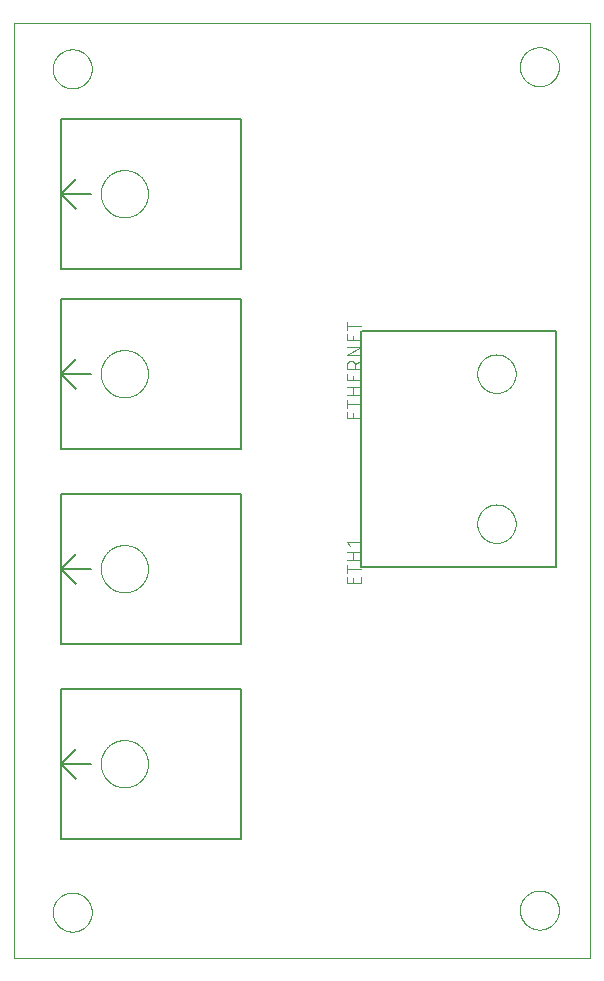
<source format=gto>
G75*
%MOIN*%
%OFA0B0*%
%FSLAX25Y25*%
%IPPOS*%
%LPD*%
%AMOC8*
5,1,8,0,0,1.08239X$1,22.5*
%
%ADD10C,0.00000*%
%ADD11C,0.00500*%
%ADD12C,0.00400*%
D10*
X0001000Y0001000D02*
X0001000Y0312516D01*
X0192831Y0312516D01*
X0192831Y0001000D01*
X0001000Y0001000D01*
X0013791Y0016157D02*
X0013793Y0016318D01*
X0013799Y0016478D01*
X0013809Y0016639D01*
X0013823Y0016799D01*
X0013841Y0016959D01*
X0013862Y0017118D01*
X0013888Y0017277D01*
X0013918Y0017435D01*
X0013951Y0017592D01*
X0013989Y0017749D01*
X0014030Y0017904D01*
X0014075Y0018058D01*
X0014124Y0018211D01*
X0014177Y0018363D01*
X0014233Y0018514D01*
X0014294Y0018663D01*
X0014357Y0018811D01*
X0014425Y0018957D01*
X0014496Y0019101D01*
X0014570Y0019243D01*
X0014648Y0019384D01*
X0014730Y0019522D01*
X0014815Y0019659D01*
X0014903Y0019793D01*
X0014995Y0019925D01*
X0015090Y0020055D01*
X0015188Y0020183D01*
X0015289Y0020308D01*
X0015393Y0020430D01*
X0015500Y0020550D01*
X0015610Y0020667D01*
X0015723Y0020782D01*
X0015839Y0020893D01*
X0015958Y0021002D01*
X0016079Y0021107D01*
X0016203Y0021210D01*
X0016329Y0021310D01*
X0016457Y0021406D01*
X0016588Y0021499D01*
X0016722Y0021589D01*
X0016857Y0021676D01*
X0016995Y0021759D01*
X0017134Y0021839D01*
X0017276Y0021915D01*
X0017419Y0021988D01*
X0017564Y0022057D01*
X0017711Y0022123D01*
X0017859Y0022185D01*
X0018009Y0022243D01*
X0018160Y0022298D01*
X0018313Y0022349D01*
X0018467Y0022396D01*
X0018622Y0022439D01*
X0018778Y0022478D01*
X0018934Y0022514D01*
X0019092Y0022545D01*
X0019250Y0022573D01*
X0019409Y0022597D01*
X0019569Y0022617D01*
X0019729Y0022633D01*
X0019889Y0022645D01*
X0020050Y0022653D01*
X0020211Y0022657D01*
X0020371Y0022657D01*
X0020532Y0022653D01*
X0020693Y0022645D01*
X0020853Y0022633D01*
X0021013Y0022617D01*
X0021173Y0022597D01*
X0021332Y0022573D01*
X0021490Y0022545D01*
X0021648Y0022514D01*
X0021804Y0022478D01*
X0021960Y0022439D01*
X0022115Y0022396D01*
X0022269Y0022349D01*
X0022422Y0022298D01*
X0022573Y0022243D01*
X0022723Y0022185D01*
X0022871Y0022123D01*
X0023018Y0022057D01*
X0023163Y0021988D01*
X0023306Y0021915D01*
X0023448Y0021839D01*
X0023587Y0021759D01*
X0023725Y0021676D01*
X0023860Y0021589D01*
X0023994Y0021499D01*
X0024125Y0021406D01*
X0024253Y0021310D01*
X0024379Y0021210D01*
X0024503Y0021107D01*
X0024624Y0021002D01*
X0024743Y0020893D01*
X0024859Y0020782D01*
X0024972Y0020667D01*
X0025082Y0020550D01*
X0025189Y0020430D01*
X0025293Y0020308D01*
X0025394Y0020183D01*
X0025492Y0020055D01*
X0025587Y0019925D01*
X0025679Y0019793D01*
X0025767Y0019659D01*
X0025852Y0019522D01*
X0025934Y0019384D01*
X0026012Y0019243D01*
X0026086Y0019101D01*
X0026157Y0018957D01*
X0026225Y0018811D01*
X0026288Y0018663D01*
X0026349Y0018514D01*
X0026405Y0018363D01*
X0026458Y0018211D01*
X0026507Y0018058D01*
X0026552Y0017904D01*
X0026593Y0017749D01*
X0026631Y0017592D01*
X0026664Y0017435D01*
X0026694Y0017277D01*
X0026720Y0017118D01*
X0026741Y0016959D01*
X0026759Y0016799D01*
X0026773Y0016639D01*
X0026783Y0016478D01*
X0026789Y0016318D01*
X0026791Y0016157D01*
X0026789Y0015996D01*
X0026783Y0015836D01*
X0026773Y0015675D01*
X0026759Y0015515D01*
X0026741Y0015355D01*
X0026720Y0015196D01*
X0026694Y0015037D01*
X0026664Y0014879D01*
X0026631Y0014722D01*
X0026593Y0014565D01*
X0026552Y0014410D01*
X0026507Y0014256D01*
X0026458Y0014103D01*
X0026405Y0013951D01*
X0026349Y0013800D01*
X0026288Y0013651D01*
X0026225Y0013503D01*
X0026157Y0013357D01*
X0026086Y0013213D01*
X0026012Y0013071D01*
X0025934Y0012930D01*
X0025852Y0012792D01*
X0025767Y0012655D01*
X0025679Y0012521D01*
X0025587Y0012389D01*
X0025492Y0012259D01*
X0025394Y0012131D01*
X0025293Y0012006D01*
X0025189Y0011884D01*
X0025082Y0011764D01*
X0024972Y0011647D01*
X0024859Y0011532D01*
X0024743Y0011421D01*
X0024624Y0011312D01*
X0024503Y0011207D01*
X0024379Y0011104D01*
X0024253Y0011004D01*
X0024125Y0010908D01*
X0023994Y0010815D01*
X0023860Y0010725D01*
X0023725Y0010638D01*
X0023587Y0010555D01*
X0023448Y0010475D01*
X0023306Y0010399D01*
X0023163Y0010326D01*
X0023018Y0010257D01*
X0022871Y0010191D01*
X0022723Y0010129D01*
X0022573Y0010071D01*
X0022422Y0010016D01*
X0022269Y0009965D01*
X0022115Y0009918D01*
X0021960Y0009875D01*
X0021804Y0009836D01*
X0021648Y0009800D01*
X0021490Y0009769D01*
X0021332Y0009741D01*
X0021173Y0009717D01*
X0021013Y0009697D01*
X0020853Y0009681D01*
X0020693Y0009669D01*
X0020532Y0009661D01*
X0020371Y0009657D01*
X0020211Y0009657D01*
X0020050Y0009661D01*
X0019889Y0009669D01*
X0019729Y0009681D01*
X0019569Y0009697D01*
X0019409Y0009717D01*
X0019250Y0009741D01*
X0019092Y0009769D01*
X0018934Y0009800D01*
X0018778Y0009836D01*
X0018622Y0009875D01*
X0018467Y0009918D01*
X0018313Y0009965D01*
X0018160Y0010016D01*
X0018009Y0010071D01*
X0017859Y0010129D01*
X0017711Y0010191D01*
X0017564Y0010257D01*
X0017419Y0010326D01*
X0017276Y0010399D01*
X0017134Y0010475D01*
X0016995Y0010555D01*
X0016857Y0010638D01*
X0016722Y0010725D01*
X0016588Y0010815D01*
X0016457Y0010908D01*
X0016329Y0011004D01*
X0016203Y0011104D01*
X0016079Y0011207D01*
X0015958Y0011312D01*
X0015839Y0011421D01*
X0015723Y0011532D01*
X0015610Y0011647D01*
X0015500Y0011764D01*
X0015393Y0011884D01*
X0015289Y0012006D01*
X0015188Y0012131D01*
X0015090Y0012259D01*
X0014995Y0012389D01*
X0014903Y0012521D01*
X0014815Y0012655D01*
X0014730Y0012792D01*
X0014648Y0012930D01*
X0014570Y0013071D01*
X0014496Y0013213D01*
X0014425Y0013357D01*
X0014357Y0013503D01*
X0014294Y0013651D01*
X0014233Y0013800D01*
X0014177Y0013951D01*
X0014124Y0014103D01*
X0014075Y0014256D01*
X0014030Y0014410D01*
X0013989Y0014565D01*
X0013951Y0014722D01*
X0013918Y0014879D01*
X0013888Y0015037D01*
X0013862Y0015196D01*
X0013841Y0015355D01*
X0013823Y0015515D01*
X0013809Y0015675D01*
X0013799Y0015836D01*
X0013793Y0015996D01*
X0013791Y0016157D01*
X0029799Y0065646D02*
X0029801Y0065839D01*
X0029808Y0066032D01*
X0029820Y0066225D01*
X0029837Y0066418D01*
X0029858Y0066610D01*
X0029884Y0066801D01*
X0029915Y0066992D01*
X0029950Y0067182D01*
X0029990Y0067371D01*
X0030035Y0067559D01*
X0030084Y0067746D01*
X0030138Y0067932D01*
X0030196Y0068116D01*
X0030259Y0068299D01*
X0030327Y0068480D01*
X0030398Y0068659D01*
X0030475Y0068837D01*
X0030555Y0069013D01*
X0030640Y0069186D01*
X0030729Y0069358D01*
X0030822Y0069527D01*
X0030919Y0069694D01*
X0031021Y0069859D01*
X0031126Y0070021D01*
X0031235Y0070180D01*
X0031349Y0070337D01*
X0031466Y0070490D01*
X0031586Y0070641D01*
X0031711Y0070789D01*
X0031839Y0070934D01*
X0031970Y0071075D01*
X0032105Y0071214D01*
X0032244Y0071349D01*
X0032385Y0071480D01*
X0032530Y0071608D01*
X0032678Y0071733D01*
X0032829Y0071853D01*
X0032982Y0071970D01*
X0033139Y0072084D01*
X0033298Y0072193D01*
X0033460Y0072298D01*
X0033625Y0072400D01*
X0033792Y0072497D01*
X0033961Y0072590D01*
X0034133Y0072679D01*
X0034306Y0072764D01*
X0034482Y0072844D01*
X0034660Y0072921D01*
X0034839Y0072992D01*
X0035020Y0073060D01*
X0035203Y0073123D01*
X0035387Y0073181D01*
X0035573Y0073235D01*
X0035760Y0073284D01*
X0035948Y0073329D01*
X0036137Y0073369D01*
X0036327Y0073404D01*
X0036518Y0073435D01*
X0036709Y0073461D01*
X0036901Y0073482D01*
X0037094Y0073499D01*
X0037287Y0073511D01*
X0037480Y0073518D01*
X0037673Y0073520D01*
X0037866Y0073518D01*
X0038059Y0073511D01*
X0038252Y0073499D01*
X0038445Y0073482D01*
X0038637Y0073461D01*
X0038828Y0073435D01*
X0039019Y0073404D01*
X0039209Y0073369D01*
X0039398Y0073329D01*
X0039586Y0073284D01*
X0039773Y0073235D01*
X0039959Y0073181D01*
X0040143Y0073123D01*
X0040326Y0073060D01*
X0040507Y0072992D01*
X0040686Y0072921D01*
X0040864Y0072844D01*
X0041040Y0072764D01*
X0041213Y0072679D01*
X0041385Y0072590D01*
X0041554Y0072497D01*
X0041721Y0072400D01*
X0041886Y0072298D01*
X0042048Y0072193D01*
X0042207Y0072084D01*
X0042364Y0071970D01*
X0042517Y0071853D01*
X0042668Y0071733D01*
X0042816Y0071608D01*
X0042961Y0071480D01*
X0043102Y0071349D01*
X0043241Y0071214D01*
X0043376Y0071075D01*
X0043507Y0070934D01*
X0043635Y0070789D01*
X0043760Y0070641D01*
X0043880Y0070490D01*
X0043997Y0070337D01*
X0044111Y0070180D01*
X0044220Y0070021D01*
X0044325Y0069859D01*
X0044427Y0069694D01*
X0044524Y0069527D01*
X0044617Y0069358D01*
X0044706Y0069186D01*
X0044791Y0069013D01*
X0044871Y0068837D01*
X0044948Y0068659D01*
X0045019Y0068480D01*
X0045087Y0068299D01*
X0045150Y0068116D01*
X0045208Y0067932D01*
X0045262Y0067746D01*
X0045311Y0067559D01*
X0045356Y0067371D01*
X0045396Y0067182D01*
X0045431Y0066992D01*
X0045462Y0066801D01*
X0045488Y0066610D01*
X0045509Y0066418D01*
X0045526Y0066225D01*
X0045538Y0066032D01*
X0045545Y0065839D01*
X0045547Y0065646D01*
X0045545Y0065453D01*
X0045538Y0065260D01*
X0045526Y0065067D01*
X0045509Y0064874D01*
X0045488Y0064682D01*
X0045462Y0064491D01*
X0045431Y0064300D01*
X0045396Y0064110D01*
X0045356Y0063921D01*
X0045311Y0063733D01*
X0045262Y0063546D01*
X0045208Y0063360D01*
X0045150Y0063176D01*
X0045087Y0062993D01*
X0045019Y0062812D01*
X0044948Y0062633D01*
X0044871Y0062455D01*
X0044791Y0062279D01*
X0044706Y0062106D01*
X0044617Y0061934D01*
X0044524Y0061765D01*
X0044427Y0061598D01*
X0044325Y0061433D01*
X0044220Y0061271D01*
X0044111Y0061112D01*
X0043997Y0060955D01*
X0043880Y0060802D01*
X0043760Y0060651D01*
X0043635Y0060503D01*
X0043507Y0060358D01*
X0043376Y0060217D01*
X0043241Y0060078D01*
X0043102Y0059943D01*
X0042961Y0059812D01*
X0042816Y0059684D01*
X0042668Y0059559D01*
X0042517Y0059439D01*
X0042364Y0059322D01*
X0042207Y0059208D01*
X0042048Y0059099D01*
X0041886Y0058994D01*
X0041721Y0058892D01*
X0041554Y0058795D01*
X0041385Y0058702D01*
X0041213Y0058613D01*
X0041040Y0058528D01*
X0040864Y0058448D01*
X0040686Y0058371D01*
X0040507Y0058300D01*
X0040326Y0058232D01*
X0040143Y0058169D01*
X0039959Y0058111D01*
X0039773Y0058057D01*
X0039586Y0058008D01*
X0039398Y0057963D01*
X0039209Y0057923D01*
X0039019Y0057888D01*
X0038828Y0057857D01*
X0038637Y0057831D01*
X0038445Y0057810D01*
X0038252Y0057793D01*
X0038059Y0057781D01*
X0037866Y0057774D01*
X0037673Y0057772D01*
X0037480Y0057774D01*
X0037287Y0057781D01*
X0037094Y0057793D01*
X0036901Y0057810D01*
X0036709Y0057831D01*
X0036518Y0057857D01*
X0036327Y0057888D01*
X0036137Y0057923D01*
X0035948Y0057963D01*
X0035760Y0058008D01*
X0035573Y0058057D01*
X0035387Y0058111D01*
X0035203Y0058169D01*
X0035020Y0058232D01*
X0034839Y0058300D01*
X0034660Y0058371D01*
X0034482Y0058448D01*
X0034306Y0058528D01*
X0034133Y0058613D01*
X0033961Y0058702D01*
X0033792Y0058795D01*
X0033625Y0058892D01*
X0033460Y0058994D01*
X0033298Y0059099D01*
X0033139Y0059208D01*
X0032982Y0059322D01*
X0032829Y0059439D01*
X0032678Y0059559D01*
X0032530Y0059684D01*
X0032385Y0059812D01*
X0032244Y0059943D01*
X0032105Y0060078D01*
X0031970Y0060217D01*
X0031839Y0060358D01*
X0031711Y0060503D01*
X0031586Y0060651D01*
X0031466Y0060802D01*
X0031349Y0060955D01*
X0031235Y0061112D01*
X0031126Y0061271D01*
X0031021Y0061433D01*
X0030919Y0061598D01*
X0030822Y0061765D01*
X0030729Y0061934D01*
X0030640Y0062106D01*
X0030555Y0062279D01*
X0030475Y0062455D01*
X0030398Y0062633D01*
X0030327Y0062812D01*
X0030259Y0062993D01*
X0030196Y0063176D01*
X0030138Y0063360D01*
X0030084Y0063546D01*
X0030035Y0063733D01*
X0029990Y0063921D01*
X0029950Y0064110D01*
X0029915Y0064300D01*
X0029884Y0064491D01*
X0029858Y0064682D01*
X0029837Y0064874D01*
X0029820Y0065067D01*
X0029808Y0065260D01*
X0029801Y0065453D01*
X0029799Y0065646D01*
X0029799Y0130646D02*
X0029801Y0130839D01*
X0029808Y0131032D01*
X0029820Y0131225D01*
X0029837Y0131418D01*
X0029858Y0131610D01*
X0029884Y0131801D01*
X0029915Y0131992D01*
X0029950Y0132182D01*
X0029990Y0132371D01*
X0030035Y0132559D01*
X0030084Y0132746D01*
X0030138Y0132932D01*
X0030196Y0133116D01*
X0030259Y0133299D01*
X0030327Y0133480D01*
X0030398Y0133659D01*
X0030475Y0133837D01*
X0030555Y0134013D01*
X0030640Y0134186D01*
X0030729Y0134358D01*
X0030822Y0134527D01*
X0030919Y0134694D01*
X0031021Y0134859D01*
X0031126Y0135021D01*
X0031235Y0135180D01*
X0031349Y0135337D01*
X0031466Y0135490D01*
X0031586Y0135641D01*
X0031711Y0135789D01*
X0031839Y0135934D01*
X0031970Y0136075D01*
X0032105Y0136214D01*
X0032244Y0136349D01*
X0032385Y0136480D01*
X0032530Y0136608D01*
X0032678Y0136733D01*
X0032829Y0136853D01*
X0032982Y0136970D01*
X0033139Y0137084D01*
X0033298Y0137193D01*
X0033460Y0137298D01*
X0033625Y0137400D01*
X0033792Y0137497D01*
X0033961Y0137590D01*
X0034133Y0137679D01*
X0034306Y0137764D01*
X0034482Y0137844D01*
X0034660Y0137921D01*
X0034839Y0137992D01*
X0035020Y0138060D01*
X0035203Y0138123D01*
X0035387Y0138181D01*
X0035573Y0138235D01*
X0035760Y0138284D01*
X0035948Y0138329D01*
X0036137Y0138369D01*
X0036327Y0138404D01*
X0036518Y0138435D01*
X0036709Y0138461D01*
X0036901Y0138482D01*
X0037094Y0138499D01*
X0037287Y0138511D01*
X0037480Y0138518D01*
X0037673Y0138520D01*
X0037866Y0138518D01*
X0038059Y0138511D01*
X0038252Y0138499D01*
X0038445Y0138482D01*
X0038637Y0138461D01*
X0038828Y0138435D01*
X0039019Y0138404D01*
X0039209Y0138369D01*
X0039398Y0138329D01*
X0039586Y0138284D01*
X0039773Y0138235D01*
X0039959Y0138181D01*
X0040143Y0138123D01*
X0040326Y0138060D01*
X0040507Y0137992D01*
X0040686Y0137921D01*
X0040864Y0137844D01*
X0041040Y0137764D01*
X0041213Y0137679D01*
X0041385Y0137590D01*
X0041554Y0137497D01*
X0041721Y0137400D01*
X0041886Y0137298D01*
X0042048Y0137193D01*
X0042207Y0137084D01*
X0042364Y0136970D01*
X0042517Y0136853D01*
X0042668Y0136733D01*
X0042816Y0136608D01*
X0042961Y0136480D01*
X0043102Y0136349D01*
X0043241Y0136214D01*
X0043376Y0136075D01*
X0043507Y0135934D01*
X0043635Y0135789D01*
X0043760Y0135641D01*
X0043880Y0135490D01*
X0043997Y0135337D01*
X0044111Y0135180D01*
X0044220Y0135021D01*
X0044325Y0134859D01*
X0044427Y0134694D01*
X0044524Y0134527D01*
X0044617Y0134358D01*
X0044706Y0134186D01*
X0044791Y0134013D01*
X0044871Y0133837D01*
X0044948Y0133659D01*
X0045019Y0133480D01*
X0045087Y0133299D01*
X0045150Y0133116D01*
X0045208Y0132932D01*
X0045262Y0132746D01*
X0045311Y0132559D01*
X0045356Y0132371D01*
X0045396Y0132182D01*
X0045431Y0131992D01*
X0045462Y0131801D01*
X0045488Y0131610D01*
X0045509Y0131418D01*
X0045526Y0131225D01*
X0045538Y0131032D01*
X0045545Y0130839D01*
X0045547Y0130646D01*
X0045545Y0130453D01*
X0045538Y0130260D01*
X0045526Y0130067D01*
X0045509Y0129874D01*
X0045488Y0129682D01*
X0045462Y0129491D01*
X0045431Y0129300D01*
X0045396Y0129110D01*
X0045356Y0128921D01*
X0045311Y0128733D01*
X0045262Y0128546D01*
X0045208Y0128360D01*
X0045150Y0128176D01*
X0045087Y0127993D01*
X0045019Y0127812D01*
X0044948Y0127633D01*
X0044871Y0127455D01*
X0044791Y0127279D01*
X0044706Y0127106D01*
X0044617Y0126934D01*
X0044524Y0126765D01*
X0044427Y0126598D01*
X0044325Y0126433D01*
X0044220Y0126271D01*
X0044111Y0126112D01*
X0043997Y0125955D01*
X0043880Y0125802D01*
X0043760Y0125651D01*
X0043635Y0125503D01*
X0043507Y0125358D01*
X0043376Y0125217D01*
X0043241Y0125078D01*
X0043102Y0124943D01*
X0042961Y0124812D01*
X0042816Y0124684D01*
X0042668Y0124559D01*
X0042517Y0124439D01*
X0042364Y0124322D01*
X0042207Y0124208D01*
X0042048Y0124099D01*
X0041886Y0123994D01*
X0041721Y0123892D01*
X0041554Y0123795D01*
X0041385Y0123702D01*
X0041213Y0123613D01*
X0041040Y0123528D01*
X0040864Y0123448D01*
X0040686Y0123371D01*
X0040507Y0123300D01*
X0040326Y0123232D01*
X0040143Y0123169D01*
X0039959Y0123111D01*
X0039773Y0123057D01*
X0039586Y0123008D01*
X0039398Y0122963D01*
X0039209Y0122923D01*
X0039019Y0122888D01*
X0038828Y0122857D01*
X0038637Y0122831D01*
X0038445Y0122810D01*
X0038252Y0122793D01*
X0038059Y0122781D01*
X0037866Y0122774D01*
X0037673Y0122772D01*
X0037480Y0122774D01*
X0037287Y0122781D01*
X0037094Y0122793D01*
X0036901Y0122810D01*
X0036709Y0122831D01*
X0036518Y0122857D01*
X0036327Y0122888D01*
X0036137Y0122923D01*
X0035948Y0122963D01*
X0035760Y0123008D01*
X0035573Y0123057D01*
X0035387Y0123111D01*
X0035203Y0123169D01*
X0035020Y0123232D01*
X0034839Y0123300D01*
X0034660Y0123371D01*
X0034482Y0123448D01*
X0034306Y0123528D01*
X0034133Y0123613D01*
X0033961Y0123702D01*
X0033792Y0123795D01*
X0033625Y0123892D01*
X0033460Y0123994D01*
X0033298Y0124099D01*
X0033139Y0124208D01*
X0032982Y0124322D01*
X0032829Y0124439D01*
X0032678Y0124559D01*
X0032530Y0124684D01*
X0032385Y0124812D01*
X0032244Y0124943D01*
X0032105Y0125078D01*
X0031970Y0125217D01*
X0031839Y0125358D01*
X0031711Y0125503D01*
X0031586Y0125651D01*
X0031466Y0125802D01*
X0031349Y0125955D01*
X0031235Y0126112D01*
X0031126Y0126271D01*
X0031021Y0126433D01*
X0030919Y0126598D01*
X0030822Y0126765D01*
X0030729Y0126934D01*
X0030640Y0127106D01*
X0030555Y0127279D01*
X0030475Y0127455D01*
X0030398Y0127633D01*
X0030327Y0127812D01*
X0030259Y0127993D01*
X0030196Y0128176D01*
X0030138Y0128360D01*
X0030084Y0128546D01*
X0030035Y0128733D01*
X0029990Y0128921D01*
X0029950Y0129110D01*
X0029915Y0129300D01*
X0029884Y0129491D01*
X0029858Y0129682D01*
X0029837Y0129874D01*
X0029820Y0130067D01*
X0029808Y0130260D01*
X0029801Y0130453D01*
X0029799Y0130646D01*
X0029799Y0195646D02*
X0029801Y0195839D01*
X0029808Y0196032D01*
X0029820Y0196225D01*
X0029837Y0196418D01*
X0029858Y0196610D01*
X0029884Y0196801D01*
X0029915Y0196992D01*
X0029950Y0197182D01*
X0029990Y0197371D01*
X0030035Y0197559D01*
X0030084Y0197746D01*
X0030138Y0197932D01*
X0030196Y0198116D01*
X0030259Y0198299D01*
X0030327Y0198480D01*
X0030398Y0198659D01*
X0030475Y0198837D01*
X0030555Y0199013D01*
X0030640Y0199186D01*
X0030729Y0199358D01*
X0030822Y0199527D01*
X0030919Y0199694D01*
X0031021Y0199859D01*
X0031126Y0200021D01*
X0031235Y0200180D01*
X0031349Y0200337D01*
X0031466Y0200490D01*
X0031586Y0200641D01*
X0031711Y0200789D01*
X0031839Y0200934D01*
X0031970Y0201075D01*
X0032105Y0201214D01*
X0032244Y0201349D01*
X0032385Y0201480D01*
X0032530Y0201608D01*
X0032678Y0201733D01*
X0032829Y0201853D01*
X0032982Y0201970D01*
X0033139Y0202084D01*
X0033298Y0202193D01*
X0033460Y0202298D01*
X0033625Y0202400D01*
X0033792Y0202497D01*
X0033961Y0202590D01*
X0034133Y0202679D01*
X0034306Y0202764D01*
X0034482Y0202844D01*
X0034660Y0202921D01*
X0034839Y0202992D01*
X0035020Y0203060D01*
X0035203Y0203123D01*
X0035387Y0203181D01*
X0035573Y0203235D01*
X0035760Y0203284D01*
X0035948Y0203329D01*
X0036137Y0203369D01*
X0036327Y0203404D01*
X0036518Y0203435D01*
X0036709Y0203461D01*
X0036901Y0203482D01*
X0037094Y0203499D01*
X0037287Y0203511D01*
X0037480Y0203518D01*
X0037673Y0203520D01*
X0037866Y0203518D01*
X0038059Y0203511D01*
X0038252Y0203499D01*
X0038445Y0203482D01*
X0038637Y0203461D01*
X0038828Y0203435D01*
X0039019Y0203404D01*
X0039209Y0203369D01*
X0039398Y0203329D01*
X0039586Y0203284D01*
X0039773Y0203235D01*
X0039959Y0203181D01*
X0040143Y0203123D01*
X0040326Y0203060D01*
X0040507Y0202992D01*
X0040686Y0202921D01*
X0040864Y0202844D01*
X0041040Y0202764D01*
X0041213Y0202679D01*
X0041385Y0202590D01*
X0041554Y0202497D01*
X0041721Y0202400D01*
X0041886Y0202298D01*
X0042048Y0202193D01*
X0042207Y0202084D01*
X0042364Y0201970D01*
X0042517Y0201853D01*
X0042668Y0201733D01*
X0042816Y0201608D01*
X0042961Y0201480D01*
X0043102Y0201349D01*
X0043241Y0201214D01*
X0043376Y0201075D01*
X0043507Y0200934D01*
X0043635Y0200789D01*
X0043760Y0200641D01*
X0043880Y0200490D01*
X0043997Y0200337D01*
X0044111Y0200180D01*
X0044220Y0200021D01*
X0044325Y0199859D01*
X0044427Y0199694D01*
X0044524Y0199527D01*
X0044617Y0199358D01*
X0044706Y0199186D01*
X0044791Y0199013D01*
X0044871Y0198837D01*
X0044948Y0198659D01*
X0045019Y0198480D01*
X0045087Y0198299D01*
X0045150Y0198116D01*
X0045208Y0197932D01*
X0045262Y0197746D01*
X0045311Y0197559D01*
X0045356Y0197371D01*
X0045396Y0197182D01*
X0045431Y0196992D01*
X0045462Y0196801D01*
X0045488Y0196610D01*
X0045509Y0196418D01*
X0045526Y0196225D01*
X0045538Y0196032D01*
X0045545Y0195839D01*
X0045547Y0195646D01*
X0045545Y0195453D01*
X0045538Y0195260D01*
X0045526Y0195067D01*
X0045509Y0194874D01*
X0045488Y0194682D01*
X0045462Y0194491D01*
X0045431Y0194300D01*
X0045396Y0194110D01*
X0045356Y0193921D01*
X0045311Y0193733D01*
X0045262Y0193546D01*
X0045208Y0193360D01*
X0045150Y0193176D01*
X0045087Y0192993D01*
X0045019Y0192812D01*
X0044948Y0192633D01*
X0044871Y0192455D01*
X0044791Y0192279D01*
X0044706Y0192106D01*
X0044617Y0191934D01*
X0044524Y0191765D01*
X0044427Y0191598D01*
X0044325Y0191433D01*
X0044220Y0191271D01*
X0044111Y0191112D01*
X0043997Y0190955D01*
X0043880Y0190802D01*
X0043760Y0190651D01*
X0043635Y0190503D01*
X0043507Y0190358D01*
X0043376Y0190217D01*
X0043241Y0190078D01*
X0043102Y0189943D01*
X0042961Y0189812D01*
X0042816Y0189684D01*
X0042668Y0189559D01*
X0042517Y0189439D01*
X0042364Y0189322D01*
X0042207Y0189208D01*
X0042048Y0189099D01*
X0041886Y0188994D01*
X0041721Y0188892D01*
X0041554Y0188795D01*
X0041385Y0188702D01*
X0041213Y0188613D01*
X0041040Y0188528D01*
X0040864Y0188448D01*
X0040686Y0188371D01*
X0040507Y0188300D01*
X0040326Y0188232D01*
X0040143Y0188169D01*
X0039959Y0188111D01*
X0039773Y0188057D01*
X0039586Y0188008D01*
X0039398Y0187963D01*
X0039209Y0187923D01*
X0039019Y0187888D01*
X0038828Y0187857D01*
X0038637Y0187831D01*
X0038445Y0187810D01*
X0038252Y0187793D01*
X0038059Y0187781D01*
X0037866Y0187774D01*
X0037673Y0187772D01*
X0037480Y0187774D01*
X0037287Y0187781D01*
X0037094Y0187793D01*
X0036901Y0187810D01*
X0036709Y0187831D01*
X0036518Y0187857D01*
X0036327Y0187888D01*
X0036137Y0187923D01*
X0035948Y0187963D01*
X0035760Y0188008D01*
X0035573Y0188057D01*
X0035387Y0188111D01*
X0035203Y0188169D01*
X0035020Y0188232D01*
X0034839Y0188300D01*
X0034660Y0188371D01*
X0034482Y0188448D01*
X0034306Y0188528D01*
X0034133Y0188613D01*
X0033961Y0188702D01*
X0033792Y0188795D01*
X0033625Y0188892D01*
X0033460Y0188994D01*
X0033298Y0189099D01*
X0033139Y0189208D01*
X0032982Y0189322D01*
X0032829Y0189439D01*
X0032678Y0189559D01*
X0032530Y0189684D01*
X0032385Y0189812D01*
X0032244Y0189943D01*
X0032105Y0190078D01*
X0031970Y0190217D01*
X0031839Y0190358D01*
X0031711Y0190503D01*
X0031586Y0190651D01*
X0031466Y0190802D01*
X0031349Y0190955D01*
X0031235Y0191112D01*
X0031126Y0191271D01*
X0031021Y0191433D01*
X0030919Y0191598D01*
X0030822Y0191765D01*
X0030729Y0191934D01*
X0030640Y0192106D01*
X0030555Y0192279D01*
X0030475Y0192455D01*
X0030398Y0192633D01*
X0030327Y0192812D01*
X0030259Y0192993D01*
X0030196Y0193176D01*
X0030138Y0193360D01*
X0030084Y0193546D01*
X0030035Y0193733D01*
X0029990Y0193921D01*
X0029950Y0194110D01*
X0029915Y0194300D01*
X0029884Y0194491D01*
X0029858Y0194682D01*
X0029837Y0194874D01*
X0029820Y0195067D01*
X0029808Y0195260D01*
X0029801Y0195453D01*
X0029799Y0195646D01*
X0029799Y0255646D02*
X0029801Y0255839D01*
X0029808Y0256032D01*
X0029820Y0256225D01*
X0029837Y0256418D01*
X0029858Y0256610D01*
X0029884Y0256801D01*
X0029915Y0256992D01*
X0029950Y0257182D01*
X0029990Y0257371D01*
X0030035Y0257559D01*
X0030084Y0257746D01*
X0030138Y0257932D01*
X0030196Y0258116D01*
X0030259Y0258299D01*
X0030327Y0258480D01*
X0030398Y0258659D01*
X0030475Y0258837D01*
X0030555Y0259013D01*
X0030640Y0259186D01*
X0030729Y0259358D01*
X0030822Y0259527D01*
X0030919Y0259694D01*
X0031021Y0259859D01*
X0031126Y0260021D01*
X0031235Y0260180D01*
X0031349Y0260337D01*
X0031466Y0260490D01*
X0031586Y0260641D01*
X0031711Y0260789D01*
X0031839Y0260934D01*
X0031970Y0261075D01*
X0032105Y0261214D01*
X0032244Y0261349D01*
X0032385Y0261480D01*
X0032530Y0261608D01*
X0032678Y0261733D01*
X0032829Y0261853D01*
X0032982Y0261970D01*
X0033139Y0262084D01*
X0033298Y0262193D01*
X0033460Y0262298D01*
X0033625Y0262400D01*
X0033792Y0262497D01*
X0033961Y0262590D01*
X0034133Y0262679D01*
X0034306Y0262764D01*
X0034482Y0262844D01*
X0034660Y0262921D01*
X0034839Y0262992D01*
X0035020Y0263060D01*
X0035203Y0263123D01*
X0035387Y0263181D01*
X0035573Y0263235D01*
X0035760Y0263284D01*
X0035948Y0263329D01*
X0036137Y0263369D01*
X0036327Y0263404D01*
X0036518Y0263435D01*
X0036709Y0263461D01*
X0036901Y0263482D01*
X0037094Y0263499D01*
X0037287Y0263511D01*
X0037480Y0263518D01*
X0037673Y0263520D01*
X0037866Y0263518D01*
X0038059Y0263511D01*
X0038252Y0263499D01*
X0038445Y0263482D01*
X0038637Y0263461D01*
X0038828Y0263435D01*
X0039019Y0263404D01*
X0039209Y0263369D01*
X0039398Y0263329D01*
X0039586Y0263284D01*
X0039773Y0263235D01*
X0039959Y0263181D01*
X0040143Y0263123D01*
X0040326Y0263060D01*
X0040507Y0262992D01*
X0040686Y0262921D01*
X0040864Y0262844D01*
X0041040Y0262764D01*
X0041213Y0262679D01*
X0041385Y0262590D01*
X0041554Y0262497D01*
X0041721Y0262400D01*
X0041886Y0262298D01*
X0042048Y0262193D01*
X0042207Y0262084D01*
X0042364Y0261970D01*
X0042517Y0261853D01*
X0042668Y0261733D01*
X0042816Y0261608D01*
X0042961Y0261480D01*
X0043102Y0261349D01*
X0043241Y0261214D01*
X0043376Y0261075D01*
X0043507Y0260934D01*
X0043635Y0260789D01*
X0043760Y0260641D01*
X0043880Y0260490D01*
X0043997Y0260337D01*
X0044111Y0260180D01*
X0044220Y0260021D01*
X0044325Y0259859D01*
X0044427Y0259694D01*
X0044524Y0259527D01*
X0044617Y0259358D01*
X0044706Y0259186D01*
X0044791Y0259013D01*
X0044871Y0258837D01*
X0044948Y0258659D01*
X0045019Y0258480D01*
X0045087Y0258299D01*
X0045150Y0258116D01*
X0045208Y0257932D01*
X0045262Y0257746D01*
X0045311Y0257559D01*
X0045356Y0257371D01*
X0045396Y0257182D01*
X0045431Y0256992D01*
X0045462Y0256801D01*
X0045488Y0256610D01*
X0045509Y0256418D01*
X0045526Y0256225D01*
X0045538Y0256032D01*
X0045545Y0255839D01*
X0045547Y0255646D01*
X0045545Y0255453D01*
X0045538Y0255260D01*
X0045526Y0255067D01*
X0045509Y0254874D01*
X0045488Y0254682D01*
X0045462Y0254491D01*
X0045431Y0254300D01*
X0045396Y0254110D01*
X0045356Y0253921D01*
X0045311Y0253733D01*
X0045262Y0253546D01*
X0045208Y0253360D01*
X0045150Y0253176D01*
X0045087Y0252993D01*
X0045019Y0252812D01*
X0044948Y0252633D01*
X0044871Y0252455D01*
X0044791Y0252279D01*
X0044706Y0252106D01*
X0044617Y0251934D01*
X0044524Y0251765D01*
X0044427Y0251598D01*
X0044325Y0251433D01*
X0044220Y0251271D01*
X0044111Y0251112D01*
X0043997Y0250955D01*
X0043880Y0250802D01*
X0043760Y0250651D01*
X0043635Y0250503D01*
X0043507Y0250358D01*
X0043376Y0250217D01*
X0043241Y0250078D01*
X0043102Y0249943D01*
X0042961Y0249812D01*
X0042816Y0249684D01*
X0042668Y0249559D01*
X0042517Y0249439D01*
X0042364Y0249322D01*
X0042207Y0249208D01*
X0042048Y0249099D01*
X0041886Y0248994D01*
X0041721Y0248892D01*
X0041554Y0248795D01*
X0041385Y0248702D01*
X0041213Y0248613D01*
X0041040Y0248528D01*
X0040864Y0248448D01*
X0040686Y0248371D01*
X0040507Y0248300D01*
X0040326Y0248232D01*
X0040143Y0248169D01*
X0039959Y0248111D01*
X0039773Y0248057D01*
X0039586Y0248008D01*
X0039398Y0247963D01*
X0039209Y0247923D01*
X0039019Y0247888D01*
X0038828Y0247857D01*
X0038637Y0247831D01*
X0038445Y0247810D01*
X0038252Y0247793D01*
X0038059Y0247781D01*
X0037866Y0247774D01*
X0037673Y0247772D01*
X0037480Y0247774D01*
X0037287Y0247781D01*
X0037094Y0247793D01*
X0036901Y0247810D01*
X0036709Y0247831D01*
X0036518Y0247857D01*
X0036327Y0247888D01*
X0036137Y0247923D01*
X0035948Y0247963D01*
X0035760Y0248008D01*
X0035573Y0248057D01*
X0035387Y0248111D01*
X0035203Y0248169D01*
X0035020Y0248232D01*
X0034839Y0248300D01*
X0034660Y0248371D01*
X0034482Y0248448D01*
X0034306Y0248528D01*
X0034133Y0248613D01*
X0033961Y0248702D01*
X0033792Y0248795D01*
X0033625Y0248892D01*
X0033460Y0248994D01*
X0033298Y0249099D01*
X0033139Y0249208D01*
X0032982Y0249322D01*
X0032829Y0249439D01*
X0032678Y0249559D01*
X0032530Y0249684D01*
X0032385Y0249812D01*
X0032244Y0249943D01*
X0032105Y0250078D01*
X0031970Y0250217D01*
X0031839Y0250358D01*
X0031711Y0250503D01*
X0031586Y0250651D01*
X0031466Y0250802D01*
X0031349Y0250955D01*
X0031235Y0251112D01*
X0031126Y0251271D01*
X0031021Y0251433D01*
X0030919Y0251598D01*
X0030822Y0251765D01*
X0030729Y0251934D01*
X0030640Y0252106D01*
X0030555Y0252279D01*
X0030475Y0252455D01*
X0030398Y0252633D01*
X0030327Y0252812D01*
X0030259Y0252993D01*
X0030196Y0253176D01*
X0030138Y0253360D01*
X0030084Y0253546D01*
X0030035Y0253733D01*
X0029990Y0253921D01*
X0029950Y0254110D01*
X0029915Y0254300D01*
X0029884Y0254491D01*
X0029858Y0254682D01*
X0029837Y0254874D01*
X0029820Y0255067D01*
X0029808Y0255260D01*
X0029801Y0255453D01*
X0029799Y0255646D01*
X0013791Y0297260D02*
X0013793Y0297421D01*
X0013799Y0297581D01*
X0013809Y0297742D01*
X0013823Y0297902D01*
X0013841Y0298062D01*
X0013862Y0298221D01*
X0013888Y0298380D01*
X0013918Y0298538D01*
X0013951Y0298695D01*
X0013989Y0298852D01*
X0014030Y0299007D01*
X0014075Y0299161D01*
X0014124Y0299314D01*
X0014177Y0299466D01*
X0014233Y0299617D01*
X0014294Y0299766D01*
X0014357Y0299914D01*
X0014425Y0300060D01*
X0014496Y0300204D01*
X0014570Y0300346D01*
X0014648Y0300487D01*
X0014730Y0300625D01*
X0014815Y0300762D01*
X0014903Y0300896D01*
X0014995Y0301028D01*
X0015090Y0301158D01*
X0015188Y0301286D01*
X0015289Y0301411D01*
X0015393Y0301533D01*
X0015500Y0301653D01*
X0015610Y0301770D01*
X0015723Y0301885D01*
X0015839Y0301996D01*
X0015958Y0302105D01*
X0016079Y0302210D01*
X0016203Y0302313D01*
X0016329Y0302413D01*
X0016457Y0302509D01*
X0016588Y0302602D01*
X0016722Y0302692D01*
X0016857Y0302779D01*
X0016995Y0302862D01*
X0017134Y0302942D01*
X0017276Y0303018D01*
X0017419Y0303091D01*
X0017564Y0303160D01*
X0017711Y0303226D01*
X0017859Y0303288D01*
X0018009Y0303346D01*
X0018160Y0303401D01*
X0018313Y0303452D01*
X0018467Y0303499D01*
X0018622Y0303542D01*
X0018778Y0303581D01*
X0018934Y0303617D01*
X0019092Y0303648D01*
X0019250Y0303676D01*
X0019409Y0303700D01*
X0019569Y0303720D01*
X0019729Y0303736D01*
X0019889Y0303748D01*
X0020050Y0303756D01*
X0020211Y0303760D01*
X0020371Y0303760D01*
X0020532Y0303756D01*
X0020693Y0303748D01*
X0020853Y0303736D01*
X0021013Y0303720D01*
X0021173Y0303700D01*
X0021332Y0303676D01*
X0021490Y0303648D01*
X0021648Y0303617D01*
X0021804Y0303581D01*
X0021960Y0303542D01*
X0022115Y0303499D01*
X0022269Y0303452D01*
X0022422Y0303401D01*
X0022573Y0303346D01*
X0022723Y0303288D01*
X0022871Y0303226D01*
X0023018Y0303160D01*
X0023163Y0303091D01*
X0023306Y0303018D01*
X0023448Y0302942D01*
X0023587Y0302862D01*
X0023725Y0302779D01*
X0023860Y0302692D01*
X0023994Y0302602D01*
X0024125Y0302509D01*
X0024253Y0302413D01*
X0024379Y0302313D01*
X0024503Y0302210D01*
X0024624Y0302105D01*
X0024743Y0301996D01*
X0024859Y0301885D01*
X0024972Y0301770D01*
X0025082Y0301653D01*
X0025189Y0301533D01*
X0025293Y0301411D01*
X0025394Y0301286D01*
X0025492Y0301158D01*
X0025587Y0301028D01*
X0025679Y0300896D01*
X0025767Y0300762D01*
X0025852Y0300625D01*
X0025934Y0300487D01*
X0026012Y0300346D01*
X0026086Y0300204D01*
X0026157Y0300060D01*
X0026225Y0299914D01*
X0026288Y0299766D01*
X0026349Y0299617D01*
X0026405Y0299466D01*
X0026458Y0299314D01*
X0026507Y0299161D01*
X0026552Y0299007D01*
X0026593Y0298852D01*
X0026631Y0298695D01*
X0026664Y0298538D01*
X0026694Y0298380D01*
X0026720Y0298221D01*
X0026741Y0298062D01*
X0026759Y0297902D01*
X0026773Y0297742D01*
X0026783Y0297581D01*
X0026789Y0297421D01*
X0026791Y0297260D01*
X0026789Y0297099D01*
X0026783Y0296939D01*
X0026773Y0296778D01*
X0026759Y0296618D01*
X0026741Y0296458D01*
X0026720Y0296299D01*
X0026694Y0296140D01*
X0026664Y0295982D01*
X0026631Y0295825D01*
X0026593Y0295668D01*
X0026552Y0295513D01*
X0026507Y0295359D01*
X0026458Y0295206D01*
X0026405Y0295054D01*
X0026349Y0294903D01*
X0026288Y0294754D01*
X0026225Y0294606D01*
X0026157Y0294460D01*
X0026086Y0294316D01*
X0026012Y0294174D01*
X0025934Y0294033D01*
X0025852Y0293895D01*
X0025767Y0293758D01*
X0025679Y0293624D01*
X0025587Y0293492D01*
X0025492Y0293362D01*
X0025394Y0293234D01*
X0025293Y0293109D01*
X0025189Y0292987D01*
X0025082Y0292867D01*
X0024972Y0292750D01*
X0024859Y0292635D01*
X0024743Y0292524D01*
X0024624Y0292415D01*
X0024503Y0292310D01*
X0024379Y0292207D01*
X0024253Y0292107D01*
X0024125Y0292011D01*
X0023994Y0291918D01*
X0023860Y0291828D01*
X0023725Y0291741D01*
X0023587Y0291658D01*
X0023448Y0291578D01*
X0023306Y0291502D01*
X0023163Y0291429D01*
X0023018Y0291360D01*
X0022871Y0291294D01*
X0022723Y0291232D01*
X0022573Y0291174D01*
X0022422Y0291119D01*
X0022269Y0291068D01*
X0022115Y0291021D01*
X0021960Y0290978D01*
X0021804Y0290939D01*
X0021648Y0290903D01*
X0021490Y0290872D01*
X0021332Y0290844D01*
X0021173Y0290820D01*
X0021013Y0290800D01*
X0020853Y0290784D01*
X0020693Y0290772D01*
X0020532Y0290764D01*
X0020371Y0290760D01*
X0020211Y0290760D01*
X0020050Y0290764D01*
X0019889Y0290772D01*
X0019729Y0290784D01*
X0019569Y0290800D01*
X0019409Y0290820D01*
X0019250Y0290844D01*
X0019092Y0290872D01*
X0018934Y0290903D01*
X0018778Y0290939D01*
X0018622Y0290978D01*
X0018467Y0291021D01*
X0018313Y0291068D01*
X0018160Y0291119D01*
X0018009Y0291174D01*
X0017859Y0291232D01*
X0017711Y0291294D01*
X0017564Y0291360D01*
X0017419Y0291429D01*
X0017276Y0291502D01*
X0017134Y0291578D01*
X0016995Y0291658D01*
X0016857Y0291741D01*
X0016722Y0291828D01*
X0016588Y0291918D01*
X0016457Y0292011D01*
X0016329Y0292107D01*
X0016203Y0292207D01*
X0016079Y0292310D01*
X0015958Y0292415D01*
X0015839Y0292524D01*
X0015723Y0292635D01*
X0015610Y0292750D01*
X0015500Y0292867D01*
X0015393Y0292987D01*
X0015289Y0293109D01*
X0015188Y0293234D01*
X0015090Y0293362D01*
X0014995Y0293492D01*
X0014903Y0293624D01*
X0014815Y0293758D01*
X0014730Y0293895D01*
X0014648Y0294033D01*
X0014570Y0294174D01*
X0014496Y0294316D01*
X0014425Y0294460D01*
X0014357Y0294606D01*
X0014294Y0294754D01*
X0014233Y0294903D01*
X0014177Y0295054D01*
X0014124Y0295206D01*
X0014075Y0295359D01*
X0014030Y0295513D01*
X0013989Y0295668D01*
X0013951Y0295825D01*
X0013918Y0295982D01*
X0013888Y0296140D01*
X0013862Y0296299D01*
X0013841Y0296458D01*
X0013823Y0296618D01*
X0013809Y0296778D01*
X0013799Y0296939D01*
X0013793Y0297099D01*
X0013791Y0297260D01*
X0155291Y0195646D02*
X0155293Y0195806D01*
X0155299Y0195965D01*
X0155309Y0196124D01*
X0155323Y0196283D01*
X0155341Y0196442D01*
X0155362Y0196600D01*
X0155388Y0196757D01*
X0155418Y0196914D01*
X0155451Y0197070D01*
X0155489Y0197225D01*
X0155530Y0197379D01*
X0155575Y0197532D01*
X0155624Y0197684D01*
X0155677Y0197834D01*
X0155733Y0197983D01*
X0155793Y0198131D01*
X0155857Y0198277D01*
X0155925Y0198422D01*
X0155996Y0198565D01*
X0156070Y0198706D01*
X0156148Y0198845D01*
X0156230Y0198982D01*
X0156315Y0199117D01*
X0156403Y0199250D01*
X0156494Y0199381D01*
X0156589Y0199509D01*
X0156687Y0199635D01*
X0156788Y0199759D01*
X0156892Y0199879D01*
X0156999Y0199998D01*
X0157109Y0200113D01*
X0157222Y0200226D01*
X0157337Y0200336D01*
X0157456Y0200443D01*
X0157576Y0200547D01*
X0157700Y0200648D01*
X0157826Y0200746D01*
X0157954Y0200841D01*
X0158085Y0200932D01*
X0158218Y0201020D01*
X0158353Y0201105D01*
X0158490Y0201187D01*
X0158629Y0201265D01*
X0158770Y0201339D01*
X0158913Y0201410D01*
X0159058Y0201478D01*
X0159204Y0201542D01*
X0159352Y0201602D01*
X0159501Y0201658D01*
X0159651Y0201711D01*
X0159803Y0201760D01*
X0159956Y0201805D01*
X0160110Y0201846D01*
X0160265Y0201884D01*
X0160421Y0201917D01*
X0160578Y0201947D01*
X0160735Y0201973D01*
X0160893Y0201994D01*
X0161052Y0202012D01*
X0161211Y0202026D01*
X0161370Y0202036D01*
X0161529Y0202042D01*
X0161689Y0202044D01*
X0161849Y0202042D01*
X0162008Y0202036D01*
X0162167Y0202026D01*
X0162326Y0202012D01*
X0162485Y0201994D01*
X0162643Y0201973D01*
X0162800Y0201947D01*
X0162957Y0201917D01*
X0163113Y0201884D01*
X0163268Y0201846D01*
X0163422Y0201805D01*
X0163575Y0201760D01*
X0163727Y0201711D01*
X0163877Y0201658D01*
X0164026Y0201602D01*
X0164174Y0201542D01*
X0164320Y0201478D01*
X0164465Y0201410D01*
X0164608Y0201339D01*
X0164749Y0201265D01*
X0164888Y0201187D01*
X0165025Y0201105D01*
X0165160Y0201020D01*
X0165293Y0200932D01*
X0165424Y0200841D01*
X0165552Y0200746D01*
X0165678Y0200648D01*
X0165802Y0200547D01*
X0165922Y0200443D01*
X0166041Y0200336D01*
X0166156Y0200226D01*
X0166269Y0200113D01*
X0166379Y0199998D01*
X0166486Y0199879D01*
X0166590Y0199759D01*
X0166691Y0199635D01*
X0166789Y0199509D01*
X0166884Y0199381D01*
X0166975Y0199250D01*
X0167063Y0199117D01*
X0167148Y0198982D01*
X0167230Y0198845D01*
X0167308Y0198706D01*
X0167382Y0198565D01*
X0167453Y0198422D01*
X0167521Y0198277D01*
X0167585Y0198131D01*
X0167645Y0197983D01*
X0167701Y0197834D01*
X0167754Y0197684D01*
X0167803Y0197532D01*
X0167848Y0197379D01*
X0167889Y0197225D01*
X0167927Y0197070D01*
X0167960Y0196914D01*
X0167990Y0196757D01*
X0168016Y0196600D01*
X0168037Y0196442D01*
X0168055Y0196283D01*
X0168069Y0196124D01*
X0168079Y0195965D01*
X0168085Y0195806D01*
X0168087Y0195646D01*
X0168085Y0195486D01*
X0168079Y0195327D01*
X0168069Y0195168D01*
X0168055Y0195009D01*
X0168037Y0194850D01*
X0168016Y0194692D01*
X0167990Y0194535D01*
X0167960Y0194378D01*
X0167927Y0194222D01*
X0167889Y0194067D01*
X0167848Y0193913D01*
X0167803Y0193760D01*
X0167754Y0193608D01*
X0167701Y0193458D01*
X0167645Y0193309D01*
X0167585Y0193161D01*
X0167521Y0193015D01*
X0167453Y0192870D01*
X0167382Y0192727D01*
X0167308Y0192586D01*
X0167230Y0192447D01*
X0167148Y0192310D01*
X0167063Y0192175D01*
X0166975Y0192042D01*
X0166884Y0191911D01*
X0166789Y0191783D01*
X0166691Y0191657D01*
X0166590Y0191533D01*
X0166486Y0191413D01*
X0166379Y0191294D01*
X0166269Y0191179D01*
X0166156Y0191066D01*
X0166041Y0190956D01*
X0165922Y0190849D01*
X0165802Y0190745D01*
X0165678Y0190644D01*
X0165552Y0190546D01*
X0165424Y0190451D01*
X0165293Y0190360D01*
X0165160Y0190272D01*
X0165025Y0190187D01*
X0164888Y0190105D01*
X0164749Y0190027D01*
X0164608Y0189953D01*
X0164465Y0189882D01*
X0164320Y0189814D01*
X0164174Y0189750D01*
X0164026Y0189690D01*
X0163877Y0189634D01*
X0163727Y0189581D01*
X0163575Y0189532D01*
X0163422Y0189487D01*
X0163268Y0189446D01*
X0163113Y0189408D01*
X0162957Y0189375D01*
X0162800Y0189345D01*
X0162643Y0189319D01*
X0162485Y0189298D01*
X0162326Y0189280D01*
X0162167Y0189266D01*
X0162008Y0189256D01*
X0161849Y0189250D01*
X0161689Y0189248D01*
X0161529Y0189250D01*
X0161370Y0189256D01*
X0161211Y0189266D01*
X0161052Y0189280D01*
X0160893Y0189298D01*
X0160735Y0189319D01*
X0160578Y0189345D01*
X0160421Y0189375D01*
X0160265Y0189408D01*
X0160110Y0189446D01*
X0159956Y0189487D01*
X0159803Y0189532D01*
X0159651Y0189581D01*
X0159501Y0189634D01*
X0159352Y0189690D01*
X0159204Y0189750D01*
X0159058Y0189814D01*
X0158913Y0189882D01*
X0158770Y0189953D01*
X0158629Y0190027D01*
X0158490Y0190105D01*
X0158353Y0190187D01*
X0158218Y0190272D01*
X0158085Y0190360D01*
X0157954Y0190451D01*
X0157826Y0190546D01*
X0157700Y0190644D01*
X0157576Y0190745D01*
X0157456Y0190849D01*
X0157337Y0190956D01*
X0157222Y0191066D01*
X0157109Y0191179D01*
X0156999Y0191294D01*
X0156892Y0191413D01*
X0156788Y0191533D01*
X0156687Y0191657D01*
X0156589Y0191783D01*
X0156494Y0191911D01*
X0156403Y0192042D01*
X0156315Y0192175D01*
X0156230Y0192310D01*
X0156148Y0192447D01*
X0156070Y0192586D01*
X0155996Y0192727D01*
X0155925Y0192870D01*
X0155857Y0193015D01*
X0155793Y0193161D01*
X0155733Y0193309D01*
X0155677Y0193458D01*
X0155624Y0193608D01*
X0155575Y0193760D01*
X0155530Y0193913D01*
X0155489Y0194067D01*
X0155451Y0194222D01*
X0155418Y0194378D01*
X0155388Y0194535D01*
X0155362Y0194692D01*
X0155341Y0194850D01*
X0155323Y0195009D01*
X0155309Y0195168D01*
X0155299Y0195327D01*
X0155293Y0195486D01*
X0155291Y0195646D01*
X0155291Y0145646D02*
X0155293Y0145806D01*
X0155299Y0145965D01*
X0155309Y0146124D01*
X0155323Y0146283D01*
X0155341Y0146442D01*
X0155362Y0146600D01*
X0155388Y0146757D01*
X0155418Y0146914D01*
X0155451Y0147070D01*
X0155489Y0147225D01*
X0155530Y0147379D01*
X0155575Y0147532D01*
X0155624Y0147684D01*
X0155677Y0147834D01*
X0155733Y0147983D01*
X0155793Y0148131D01*
X0155857Y0148277D01*
X0155925Y0148422D01*
X0155996Y0148565D01*
X0156070Y0148706D01*
X0156148Y0148845D01*
X0156230Y0148982D01*
X0156315Y0149117D01*
X0156403Y0149250D01*
X0156494Y0149381D01*
X0156589Y0149509D01*
X0156687Y0149635D01*
X0156788Y0149759D01*
X0156892Y0149879D01*
X0156999Y0149998D01*
X0157109Y0150113D01*
X0157222Y0150226D01*
X0157337Y0150336D01*
X0157456Y0150443D01*
X0157576Y0150547D01*
X0157700Y0150648D01*
X0157826Y0150746D01*
X0157954Y0150841D01*
X0158085Y0150932D01*
X0158218Y0151020D01*
X0158353Y0151105D01*
X0158490Y0151187D01*
X0158629Y0151265D01*
X0158770Y0151339D01*
X0158913Y0151410D01*
X0159058Y0151478D01*
X0159204Y0151542D01*
X0159352Y0151602D01*
X0159501Y0151658D01*
X0159651Y0151711D01*
X0159803Y0151760D01*
X0159956Y0151805D01*
X0160110Y0151846D01*
X0160265Y0151884D01*
X0160421Y0151917D01*
X0160578Y0151947D01*
X0160735Y0151973D01*
X0160893Y0151994D01*
X0161052Y0152012D01*
X0161211Y0152026D01*
X0161370Y0152036D01*
X0161529Y0152042D01*
X0161689Y0152044D01*
X0161849Y0152042D01*
X0162008Y0152036D01*
X0162167Y0152026D01*
X0162326Y0152012D01*
X0162485Y0151994D01*
X0162643Y0151973D01*
X0162800Y0151947D01*
X0162957Y0151917D01*
X0163113Y0151884D01*
X0163268Y0151846D01*
X0163422Y0151805D01*
X0163575Y0151760D01*
X0163727Y0151711D01*
X0163877Y0151658D01*
X0164026Y0151602D01*
X0164174Y0151542D01*
X0164320Y0151478D01*
X0164465Y0151410D01*
X0164608Y0151339D01*
X0164749Y0151265D01*
X0164888Y0151187D01*
X0165025Y0151105D01*
X0165160Y0151020D01*
X0165293Y0150932D01*
X0165424Y0150841D01*
X0165552Y0150746D01*
X0165678Y0150648D01*
X0165802Y0150547D01*
X0165922Y0150443D01*
X0166041Y0150336D01*
X0166156Y0150226D01*
X0166269Y0150113D01*
X0166379Y0149998D01*
X0166486Y0149879D01*
X0166590Y0149759D01*
X0166691Y0149635D01*
X0166789Y0149509D01*
X0166884Y0149381D01*
X0166975Y0149250D01*
X0167063Y0149117D01*
X0167148Y0148982D01*
X0167230Y0148845D01*
X0167308Y0148706D01*
X0167382Y0148565D01*
X0167453Y0148422D01*
X0167521Y0148277D01*
X0167585Y0148131D01*
X0167645Y0147983D01*
X0167701Y0147834D01*
X0167754Y0147684D01*
X0167803Y0147532D01*
X0167848Y0147379D01*
X0167889Y0147225D01*
X0167927Y0147070D01*
X0167960Y0146914D01*
X0167990Y0146757D01*
X0168016Y0146600D01*
X0168037Y0146442D01*
X0168055Y0146283D01*
X0168069Y0146124D01*
X0168079Y0145965D01*
X0168085Y0145806D01*
X0168087Y0145646D01*
X0168085Y0145486D01*
X0168079Y0145327D01*
X0168069Y0145168D01*
X0168055Y0145009D01*
X0168037Y0144850D01*
X0168016Y0144692D01*
X0167990Y0144535D01*
X0167960Y0144378D01*
X0167927Y0144222D01*
X0167889Y0144067D01*
X0167848Y0143913D01*
X0167803Y0143760D01*
X0167754Y0143608D01*
X0167701Y0143458D01*
X0167645Y0143309D01*
X0167585Y0143161D01*
X0167521Y0143015D01*
X0167453Y0142870D01*
X0167382Y0142727D01*
X0167308Y0142586D01*
X0167230Y0142447D01*
X0167148Y0142310D01*
X0167063Y0142175D01*
X0166975Y0142042D01*
X0166884Y0141911D01*
X0166789Y0141783D01*
X0166691Y0141657D01*
X0166590Y0141533D01*
X0166486Y0141413D01*
X0166379Y0141294D01*
X0166269Y0141179D01*
X0166156Y0141066D01*
X0166041Y0140956D01*
X0165922Y0140849D01*
X0165802Y0140745D01*
X0165678Y0140644D01*
X0165552Y0140546D01*
X0165424Y0140451D01*
X0165293Y0140360D01*
X0165160Y0140272D01*
X0165025Y0140187D01*
X0164888Y0140105D01*
X0164749Y0140027D01*
X0164608Y0139953D01*
X0164465Y0139882D01*
X0164320Y0139814D01*
X0164174Y0139750D01*
X0164026Y0139690D01*
X0163877Y0139634D01*
X0163727Y0139581D01*
X0163575Y0139532D01*
X0163422Y0139487D01*
X0163268Y0139446D01*
X0163113Y0139408D01*
X0162957Y0139375D01*
X0162800Y0139345D01*
X0162643Y0139319D01*
X0162485Y0139298D01*
X0162326Y0139280D01*
X0162167Y0139266D01*
X0162008Y0139256D01*
X0161849Y0139250D01*
X0161689Y0139248D01*
X0161529Y0139250D01*
X0161370Y0139256D01*
X0161211Y0139266D01*
X0161052Y0139280D01*
X0160893Y0139298D01*
X0160735Y0139319D01*
X0160578Y0139345D01*
X0160421Y0139375D01*
X0160265Y0139408D01*
X0160110Y0139446D01*
X0159956Y0139487D01*
X0159803Y0139532D01*
X0159651Y0139581D01*
X0159501Y0139634D01*
X0159352Y0139690D01*
X0159204Y0139750D01*
X0159058Y0139814D01*
X0158913Y0139882D01*
X0158770Y0139953D01*
X0158629Y0140027D01*
X0158490Y0140105D01*
X0158353Y0140187D01*
X0158218Y0140272D01*
X0158085Y0140360D01*
X0157954Y0140451D01*
X0157826Y0140546D01*
X0157700Y0140644D01*
X0157576Y0140745D01*
X0157456Y0140849D01*
X0157337Y0140956D01*
X0157222Y0141066D01*
X0157109Y0141179D01*
X0156999Y0141294D01*
X0156892Y0141413D01*
X0156788Y0141533D01*
X0156687Y0141657D01*
X0156589Y0141783D01*
X0156494Y0141911D01*
X0156403Y0142042D01*
X0156315Y0142175D01*
X0156230Y0142310D01*
X0156148Y0142447D01*
X0156070Y0142586D01*
X0155996Y0142727D01*
X0155925Y0142870D01*
X0155857Y0143015D01*
X0155793Y0143161D01*
X0155733Y0143309D01*
X0155677Y0143458D01*
X0155624Y0143608D01*
X0155575Y0143760D01*
X0155530Y0143913D01*
X0155489Y0144067D01*
X0155451Y0144222D01*
X0155418Y0144378D01*
X0155388Y0144535D01*
X0155362Y0144692D01*
X0155341Y0144850D01*
X0155323Y0145009D01*
X0155309Y0145168D01*
X0155299Y0145327D01*
X0155293Y0145486D01*
X0155291Y0145646D01*
X0169500Y0016846D02*
X0169502Y0017007D01*
X0169508Y0017167D01*
X0169518Y0017328D01*
X0169532Y0017488D01*
X0169550Y0017648D01*
X0169571Y0017807D01*
X0169597Y0017966D01*
X0169627Y0018124D01*
X0169660Y0018281D01*
X0169698Y0018438D01*
X0169739Y0018593D01*
X0169784Y0018747D01*
X0169833Y0018900D01*
X0169886Y0019052D01*
X0169942Y0019203D01*
X0170003Y0019352D01*
X0170066Y0019500D01*
X0170134Y0019646D01*
X0170205Y0019790D01*
X0170279Y0019932D01*
X0170357Y0020073D01*
X0170439Y0020211D01*
X0170524Y0020348D01*
X0170612Y0020482D01*
X0170704Y0020614D01*
X0170799Y0020744D01*
X0170897Y0020872D01*
X0170998Y0020997D01*
X0171102Y0021119D01*
X0171209Y0021239D01*
X0171319Y0021356D01*
X0171432Y0021471D01*
X0171548Y0021582D01*
X0171667Y0021691D01*
X0171788Y0021796D01*
X0171912Y0021899D01*
X0172038Y0021999D01*
X0172166Y0022095D01*
X0172297Y0022188D01*
X0172431Y0022278D01*
X0172566Y0022365D01*
X0172704Y0022448D01*
X0172843Y0022528D01*
X0172985Y0022604D01*
X0173128Y0022677D01*
X0173273Y0022746D01*
X0173420Y0022812D01*
X0173568Y0022874D01*
X0173718Y0022932D01*
X0173869Y0022987D01*
X0174022Y0023038D01*
X0174176Y0023085D01*
X0174331Y0023128D01*
X0174487Y0023167D01*
X0174643Y0023203D01*
X0174801Y0023234D01*
X0174959Y0023262D01*
X0175118Y0023286D01*
X0175278Y0023306D01*
X0175438Y0023322D01*
X0175598Y0023334D01*
X0175759Y0023342D01*
X0175920Y0023346D01*
X0176080Y0023346D01*
X0176241Y0023342D01*
X0176402Y0023334D01*
X0176562Y0023322D01*
X0176722Y0023306D01*
X0176882Y0023286D01*
X0177041Y0023262D01*
X0177199Y0023234D01*
X0177357Y0023203D01*
X0177513Y0023167D01*
X0177669Y0023128D01*
X0177824Y0023085D01*
X0177978Y0023038D01*
X0178131Y0022987D01*
X0178282Y0022932D01*
X0178432Y0022874D01*
X0178580Y0022812D01*
X0178727Y0022746D01*
X0178872Y0022677D01*
X0179015Y0022604D01*
X0179157Y0022528D01*
X0179296Y0022448D01*
X0179434Y0022365D01*
X0179569Y0022278D01*
X0179703Y0022188D01*
X0179834Y0022095D01*
X0179962Y0021999D01*
X0180088Y0021899D01*
X0180212Y0021796D01*
X0180333Y0021691D01*
X0180452Y0021582D01*
X0180568Y0021471D01*
X0180681Y0021356D01*
X0180791Y0021239D01*
X0180898Y0021119D01*
X0181002Y0020997D01*
X0181103Y0020872D01*
X0181201Y0020744D01*
X0181296Y0020614D01*
X0181388Y0020482D01*
X0181476Y0020348D01*
X0181561Y0020211D01*
X0181643Y0020073D01*
X0181721Y0019932D01*
X0181795Y0019790D01*
X0181866Y0019646D01*
X0181934Y0019500D01*
X0181997Y0019352D01*
X0182058Y0019203D01*
X0182114Y0019052D01*
X0182167Y0018900D01*
X0182216Y0018747D01*
X0182261Y0018593D01*
X0182302Y0018438D01*
X0182340Y0018281D01*
X0182373Y0018124D01*
X0182403Y0017966D01*
X0182429Y0017807D01*
X0182450Y0017648D01*
X0182468Y0017488D01*
X0182482Y0017328D01*
X0182492Y0017167D01*
X0182498Y0017007D01*
X0182500Y0016846D01*
X0182498Y0016685D01*
X0182492Y0016525D01*
X0182482Y0016364D01*
X0182468Y0016204D01*
X0182450Y0016044D01*
X0182429Y0015885D01*
X0182403Y0015726D01*
X0182373Y0015568D01*
X0182340Y0015411D01*
X0182302Y0015254D01*
X0182261Y0015099D01*
X0182216Y0014945D01*
X0182167Y0014792D01*
X0182114Y0014640D01*
X0182058Y0014489D01*
X0181997Y0014340D01*
X0181934Y0014192D01*
X0181866Y0014046D01*
X0181795Y0013902D01*
X0181721Y0013760D01*
X0181643Y0013619D01*
X0181561Y0013481D01*
X0181476Y0013344D01*
X0181388Y0013210D01*
X0181296Y0013078D01*
X0181201Y0012948D01*
X0181103Y0012820D01*
X0181002Y0012695D01*
X0180898Y0012573D01*
X0180791Y0012453D01*
X0180681Y0012336D01*
X0180568Y0012221D01*
X0180452Y0012110D01*
X0180333Y0012001D01*
X0180212Y0011896D01*
X0180088Y0011793D01*
X0179962Y0011693D01*
X0179834Y0011597D01*
X0179703Y0011504D01*
X0179569Y0011414D01*
X0179434Y0011327D01*
X0179296Y0011244D01*
X0179157Y0011164D01*
X0179015Y0011088D01*
X0178872Y0011015D01*
X0178727Y0010946D01*
X0178580Y0010880D01*
X0178432Y0010818D01*
X0178282Y0010760D01*
X0178131Y0010705D01*
X0177978Y0010654D01*
X0177824Y0010607D01*
X0177669Y0010564D01*
X0177513Y0010525D01*
X0177357Y0010489D01*
X0177199Y0010458D01*
X0177041Y0010430D01*
X0176882Y0010406D01*
X0176722Y0010386D01*
X0176562Y0010370D01*
X0176402Y0010358D01*
X0176241Y0010350D01*
X0176080Y0010346D01*
X0175920Y0010346D01*
X0175759Y0010350D01*
X0175598Y0010358D01*
X0175438Y0010370D01*
X0175278Y0010386D01*
X0175118Y0010406D01*
X0174959Y0010430D01*
X0174801Y0010458D01*
X0174643Y0010489D01*
X0174487Y0010525D01*
X0174331Y0010564D01*
X0174176Y0010607D01*
X0174022Y0010654D01*
X0173869Y0010705D01*
X0173718Y0010760D01*
X0173568Y0010818D01*
X0173420Y0010880D01*
X0173273Y0010946D01*
X0173128Y0011015D01*
X0172985Y0011088D01*
X0172843Y0011164D01*
X0172704Y0011244D01*
X0172566Y0011327D01*
X0172431Y0011414D01*
X0172297Y0011504D01*
X0172166Y0011597D01*
X0172038Y0011693D01*
X0171912Y0011793D01*
X0171788Y0011896D01*
X0171667Y0012001D01*
X0171548Y0012110D01*
X0171432Y0012221D01*
X0171319Y0012336D01*
X0171209Y0012453D01*
X0171102Y0012573D01*
X0170998Y0012695D01*
X0170897Y0012820D01*
X0170799Y0012948D01*
X0170704Y0013078D01*
X0170612Y0013210D01*
X0170524Y0013344D01*
X0170439Y0013481D01*
X0170357Y0013619D01*
X0170279Y0013760D01*
X0170205Y0013902D01*
X0170134Y0014046D01*
X0170066Y0014192D01*
X0170003Y0014340D01*
X0169942Y0014489D01*
X0169886Y0014640D01*
X0169833Y0014792D01*
X0169784Y0014945D01*
X0169739Y0015099D01*
X0169698Y0015254D01*
X0169660Y0015411D01*
X0169627Y0015568D01*
X0169597Y0015726D01*
X0169571Y0015885D01*
X0169550Y0016044D01*
X0169532Y0016204D01*
X0169518Y0016364D01*
X0169508Y0016525D01*
X0169502Y0016685D01*
X0169500Y0016846D01*
X0169500Y0297949D02*
X0169502Y0298110D01*
X0169508Y0298270D01*
X0169518Y0298431D01*
X0169532Y0298591D01*
X0169550Y0298751D01*
X0169571Y0298910D01*
X0169597Y0299069D01*
X0169627Y0299227D01*
X0169660Y0299384D01*
X0169698Y0299541D01*
X0169739Y0299696D01*
X0169784Y0299850D01*
X0169833Y0300003D01*
X0169886Y0300155D01*
X0169942Y0300306D01*
X0170003Y0300455D01*
X0170066Y0300603D01*
X0170134Y0300749D01*
X0170205Y0300893D01*
X0170279Y0301035D01*
X0170357Y0301176D01*
X0170439Y0301314D01*
X0170524Y0301451D01*
X0170612Y0301585D01*
X0170704Y0301717D01*
X0170799Y0301847D01*
X0170897Y0301975D01*
X0170998Y0302100D01*
X0171102Y0302222D01*
X0171209Y0302342D01*
X0171319Y0302459D01*
X0171432Y0302574D01*
X0171548Y0302685D01*
X0171667Y0302794D01*
X0171788Y0302899D01*
X0171912Y0303002D01*
X0172038Y0303102D01*
X0172166Y0303198D01*
X0172297Y0303291D01*
X0172431Y0303381D01*
X0172566Y0303468D01*
X0172704Y0303551D01*
X0172843Y0303631D01*
X0172985Y0303707D01*
X0173128Y0303780D01*
X0173273Y0303849D01*
X0173420Y0303915D01*
X0173568Y0303977D01*
X0173718Y0304035D01*
X0173869Y0304090D01*
X0174022Y0304141D01*
X0174176Y0304188D01*
X0174331Y0304231D01*
X0174487Y0304270D01*
X0174643Y0304306D01*
X0174801Y0304337D01*
X0174959Y0304365D01*
X0175118Y0304389D01*
X0175278Y0304409D01*
X0175438Y0304425D01*
X0175598Y0304437D01*
X0175759Y0304445D01*
X0175920Y0304449D01*
X0176080Y0304449D01*
X0176241Y0304445D01*
X0176402Y0304437D01*
X0176562Y0304425D01*
X0176722Y0304409D01*
X0176882Y0304389D01*
X0177041Y0304365D01*
X0177199Y0304337D01*
X0177357Y0304306D01*
X0177513Y0304270D01*
X0177669Y0304231D01*
X0177824Y0304188D01*
X0177978Y0304141D01*
X0178131Y0304090D01*
X0178282Y0304035D01*
X0178432Y0303977D01*
X0178580Y0303915D01*
X0178727Y0303849D01*
X0178872Y0303780D01*
X0179015Y0303707D01*
X0179157Y0303631D01*
X0179296Y0303551D01*
X0179434Y0303468D01*
X0179569Y0303381D01*
X0179703Y0303291D01*
X0179834Y0303198D01*
X0179962Y0303102D01*
X0180088Y0303002D01*
X0180212Y0302899D01*
X0180333Y0302794D01*
X0180452Y0302685D01*
X0180568Y0302574D01*
X0180681Y0302459D01*
X0180791Y0302342D01*
X0180898Y0302222D01*
X0181002Y0302100D01*
X0181103Y0301975D01*
X0181201Y0301847D01*
X0181296Y0301717D01*
X0181388Y0301585D01*
X0181476Y0301451D01*
X0181561Y0301314D01*
X0181643Y0301176D01*
X0181721Y0301035D01*
X0181795Y0300893D01*
X0181866Y0300749D01*
X0181934Y0300603D01*
X0181997Y0300455D01*
X0182058Y0300306D01*
X0182114Y0300155D01*
X0182167Y0300003D01*
X0182216Y0299850D01*
X0182261Y0299696D01*
X0182302Y0299541D01*
X0182340Y0299384D01*
X0182373Y0299227D01*
X0182403Y0299069D01*
X0182429Y0298910D01*
X0182450Y0298751D01*
X0182468Y0298591D01*
X0182482Y0298431D01*
X0182492Y0298270D01*
X0182498Y0298110D01*
X0182500Y0297949D01*
X0182498Y0297788D01*
X0182492Y0297628D01*
X0182482Y0297467D01*
X0182468Y0297307D01*
X0182450Y0297147D01*
X0182429Y0296988D01*
X0182403Y0296829D01*
X0182373Y0296671D01*
X0182340Y0296514D01*
X0182302Y0296357D01*
X0182261Y0296202D01*
X0182216Y0296048D01*
X0182167Y0295895D01*
X0182114Y0295743D01*
X0182058Y0295592D01*
X0181997Y0295443D01*
X0181934Y0295295D01*
X0181866Y0295149D01*
X0181795Y0295005D01*
X0181721Y0294863D01*
X0181643Y0294722D01*
X0181561Y0294584D01*
X0181476Y0294447D01*
X0181388Y0294313D01*
X0181296Y0294181D01*
X0181201Y0294051D01*
X0181103Y0293923D01*
X0181002Y0293798D01*
X0180898Y0293676D01*
X0180791Y0293556D01*
X0180681Y0293439D01*
X0180568Y0293324D01*
X0180452Y0293213D01*
X0180333Y0293104D01*
X0180212Y0292999D01*
X0180088Y0292896D01*
X0179962Y0292796D01*
X0179834Y0292700D01*
X0179703Y0292607D01*
X0179569Y0292517D01*
X0179434Y0292430D01*
X0179296Y0292347D01*
X0179157Y0292267D01*
X0179015Y0292191D01*
X0178872Y0292118D01*
X0178727Y0292049D01*
X0178580Y0291983D01*
X0178432Y0291921D01*
X0178282Y0291863D01*
X0178131Y0291808D01*
X0177978Y0291757D01*
X0177824Y0291710D01*
X0177669Y0291667D01*
X0177513Y0291628D01*
X0177357Y0291592D01*
X0177199Y0291561D01*
X0177041Y0291533D01*
X0176882Y0291509D01*
X0176722Y0291489D01*
X0176562Y0291473D01*
X0176402Y0291461D01*
X0176241Y0291453D01*
X0176080Y0291449D01*
X0175920Y0291449D01*
X0175759Y0291453D01*
X0175598Y0291461D01*
X0175438Y0291473D01*
X0175278Y0291489D01*
X0175118Y0291509D01*
X0174959Y0291533D01*
X0174801Y0291561D01*
X0174643Y0291592D01*
X0174487Y0291628D01*
X0174331Y0291667D01*
X0174176Y0291710D01*
X0174022Y0291757D01*
X0173869Y0291808D01*
X0173718Y0291863D01*
X0173568Y0291921D01*
X0173420Y0291983D01*
X0173273Y0292049D01*
X0173128Y0292118D01*
X0172985Y0292191D01*
X0172843Y0292267D01*
X0172704Y0292347D01*
X0172566Y0292430D01*
X0172431Y0292517D01*
X0172297Y0292607D01*
X0172166Y0292700D01*
X0172038Y0292796D01*
X0171912Y0292896D01*
X0171788Y0292999D01*
X0171667Y0293104D01*
X0171548Y0293213D01*
X0171432Y0293324D01*
X0171319Y0293439D01*
X0171209Y0293556D01*
X0171102Y0293676D01*
X0170998Y0293798D01*
X0170897Y0293923D01*
X0170799Y0294051D01*
X0170704Y0294181D01*
X0170612Y0294313D01*
X0170524Y0294447D01*
X0170439Y0294584D01*
X0170357Y0294722D01*
X0170279Y0294863D01*
X0170205Y0295005D01*
X0170134Y0295149D01*
X0170066Y0295295D01*
X0170003Y0295443D01*
X0169942Y0295592D01*
X0169886Y0295743D01*
X0169833Y0295895D01*
X0169784Y0296048D01*
X0169739Y0296202D01*
X0169698Y0296357D01*
X0169660Y0296514D01*
X0169627Y0296671D01*
X0169597Y0296829D01*
X0169571Y0296988D01*
X0169550Y0297147D01*
X0169532Y0297307D01*
X0169518Y0297467D01*
X0169508Y0297628D01*
X0169502Y0297788D01*
X0169500Y0297949D01*
D11*
X0181689Y0210016D02*
X0116807Y0210016D01*
X0116689Y0210016D02*
X0116689Y0131276D01*
X0116807Y0131276D02*
X0181689Y0131276D01*
X0181689Y0210016D01*
X0076689Y0220646D02*
X0076689Y0170646D01*
X0016689Y0170646D01*
X0016689Y0195646D01*
X0021689Y0190646D01*
X0026689Y0195646D02*
X0016689Y0195646D01*
X0021689Y0200646D01*
X0016689Y0195646D02*
X0016689Y0220646D01*
X0076689Y0220646D01*
X0076689Y0230646D02*
X0016689Y0230646D01*
X0016689Y0255646D01*
X0021689Y0250646D01*
X0026689Y0255646D02*
X0016689Y0255646D01*
X0021689Y0260646D01*
X0016689Y0255646D02*
X0016689Y0280646D01*
X0076689Y0280646D01*
X0076689Y0230646D01*
X0076689Y0155646D02*
X0076689Y0105646D01*
X0016689Y0105646D01*
X0016689Y0130646D01*
X0021689Y0125646D01*
X0026689Y0130646D02*
X0016689Y0130646D01*
X0021689Y0135646D01*
X0016689Y0130646D02*
X0016689Y0155646D01*
X0076689Y0155646D01*
X0076689Y0090646D02*
X0076689Y0040646D01*
X0016689Y0040646D01*
X0016689Y0065646D01*
X0021689Y0060646D01*
X0026689Y0065646D02*
X0016689Y0065646D01*
X0021689Y0070646D01*
X0016689Y0065646D02*
X0016689Y0090646D01*
X0076689Y0090646D01*
D12*
X0111889Y0125846D02*
X0111889Y0127890D01*
X0111889Y0129287D02*
X0111889Y0131842D01*
X0111889Y0130565D02*
X0116489Y0130565D01*
X0116489Y0127890D02*
X0116489Y0125846D01*
X0111889Y0125846D01*
X0113933Y0125846D02*
X0113933Y0127379D01*
X0113933Y0133637D02*
X0113933Y0136192D01*
X0111889Y0136192D02*
X0116489Y0136192D01*
X0116489Y0138287D02*
X0116489Y0140842D01*
X0116489Y0139565D02*
X0111889Y0139565D01*
X0112911Y0138287D01*
X0111889Y0133637D02*
X0116489Y0133637D01*
X0116489Y0180846D02*
X0111889Y0180846D01*
X0111889Y0182890D01*
X0111889Y0184287D02*
X0111889Y0186842D01*
X0111889Y0185565D02*
X0116489Y0185565D01*
X0116489Y0182890D02*
X0116489Y0180846D01*
X0113933Y0180846D02*
X0113933Y0182379D01*
X0113933Y0188637D02*
X0113933Y0191192D01*
X0111889Y0191192D02*
X0116489Y0191192D01*
X0116489Y0193446D02*
X0111889Y0193446D01*
X0111889Y0195490D01*
X0111889Y0197366D02*
X0111889Y0198644D01*
X0111891Y0198714D01*
X0111897Y0198785D01*
X0111906Y0198854D01*
X0111920Y0198923D01*
X0111937Y0198992D01*
X0111958Y0199059D01*
X0111983Y0199125D01*
X0112011Y0199189D01*
X0112043Y0199252D01*
X0112078Y0199313D01*
X0112117Y0199372D01*
X0112158Y0199429D01*
X0112203Y0199483D01*
X0112251Y0199535D01*
X0112301Y0199584D01*
X0112355Y0199631D01*
X0112410Y0199674D01*
X0112468Y0199714D01*
X0112528Y0199751D01*
X0112590Y0199784D01*
X0112654Y0199814D01*
X0112719Y0199841D01*
X0112785Y0199864D01*
X0112853Y0199883D01*
X0112922Y0199898D01*
X0112991Y0199910D01*
X0113061Y0199918D01*
X0113132Y0199922D01*
X0113202Y0199922D01*
X0113273Y0199918D01*
X0113343Y0199910D01*
X0113412Y0199898D01*
X0113481Y0199883D01*
X0113549Y0199864D01*
X0113615Y0199841D01*
X0113680Y0199814D01*
X0113744Y0199784D01*
X0113806Y0199751D01*
X0113866Y0199714D01*
X0113924Y0199674D01*
X0113979Y0199631D01*
X0114033Y0199584D01*
X0114083Y0199535D01*
X0114131Y0199483D01*
X0114176Y0199429D01*
X0114217Y0199372D01*
X0114256Y0199313D01*
X0114291Y0199252D01*
X0114323Y0199189D01*
X0114351Y0199125D01*
X0114376Y0199059D01*
X0114397Y0198992D01*
X0114414Y0198923D01*
X0114428Y0198854D01*
X0114437Y0198785D01*
X0114443Y0198714D01*
X0114445Y0198644D01*
X0114445Y0197366D01*
X0114445Y0198899D02*
X0116489Y0199921D01*
X0116489Y0201987D02*
X0111889Y0201987D01*
X0116489Y0204542D01*
X0111889Y0204542D01*
X0111889Y0206796D02*
X0111889Y0208840D01*
X0111889Y0210237D02*
X0111889Y0212792D01*
X0111889Y0211514D02*
X0116489Y0211514D01*
X0116489Y0208840D02*
X0116489Y0206796D01*
X0111889Y0206796D01*
X0113933Y0206796D02*
X0113933Y0208329D01*
X0111889Y0197366D02*
X0116489Y0197366D01*
X0116489Y0195490D02*
X0116489Y0193446D01*
X0116489Y0188637D02*
X0111889Y0188637D01*
X0113933Y0193446D02*
X0113933Y0194979D01*
M02*

</source>
